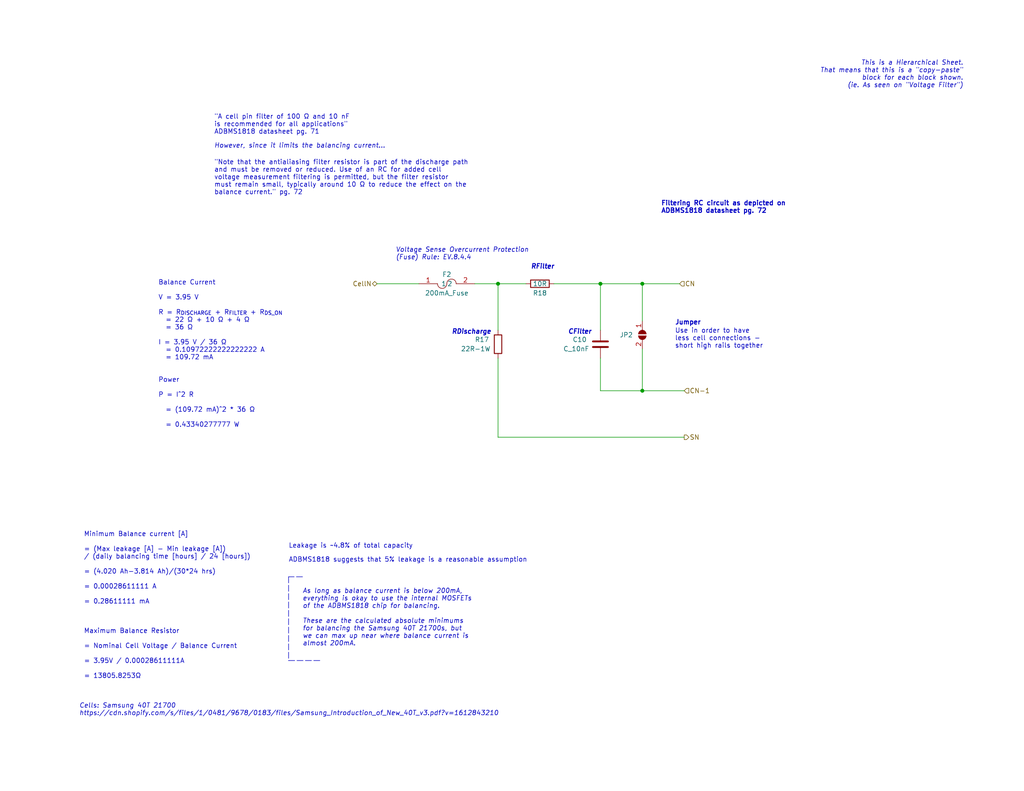
<source format=kicad_sch>
(kicad_sch (version 20211123) (generator eeschema)
  (paper "A")
  (title_block (title "MkVI BMS Cell Supervisory Circuit") (date "2022-12-04") (rev "0") (company "Olin Electric Motorsports"))
  (lib_symbols
    (symbol "Jumper:SolderJumper_2_Open" (pin_names (offset 0) hide)
      (property "Reference" "JP" (at 0 2.032 0))
      (property "Value" "SolderJumper_2_Open" (at 0 -2.54 0))
      (symbol "SolderJumper_2_Open_0_1"
        (arc (start -0.254 1.016) (mid -1.27 0) (end -0.254 -1.016))
        (arc (start -0.254 1.016) (mid -1.27 0) (end -0.254 -1.016) (fill (type outline)))
        (polyline (pts (xy -0.254 1.016) (xy -0.254 -1.016)))
        (polyline (pts (xy 0.254 1.016) (xy 0.254 -1.016)))
        (arc (start 0.254 -1.016) (mid 1.27 0) (end 0.254 1.016))
        (arc (start 0.254 -1.016) (mid 1.27 0) (end 0.254 1.016) (fill (type outline)))
      )
      (symbol "SolderJumper_2_Open_1_1"
        (pin passive line (at -3.81 0 0) (length 2.54) (name "A") (number "1"))
        (pin passive line (at 3.81 0 180) (length 2.54) (name "B") (number "2"))
      )
    )
    (symbol "OEM:10R" (pin_numbers hide) (pin_names (offset 0))
      (property "Reference" "R" (at 2.032 0 90))
      (property "Value" "10R" (at 0 0 90))
      (symbol "10R_0_1"
        (rectangle (start -1.016 -2.54) (end 1.016 2.54) (stroke (width 0.254)))
      )
      (symbol "10R_1_1"
        (pin passive line (at 0 3.81 270) (length 1.27) (name "~") (number "1"))
        (pin passive line (at 0 -3.81 90) (length 1.27) (name "~") (number "2"))
      )
    )
    (symbol "OEM:10nF" (pin_numbers hide) (pin_names (offset 0.254))
      (property "Reference" "C" (at 0.635 2.54 0))
      (property "Value" "10nF" (at 0.635 -2.54 0))
      (symbol "10nF_0_1"
        (polyline (pts (xy -2.032 -0.762) (xy 2.032 -0.762)) (stroke (width 0.508)))
        (polyline (pts (xy -2.032 0.762) (xy 2.032 0.762)) (stroke (width 0.508)))
      )
      (symbol "10nF_1_1"
        (pin passive line (at 0 3.81 270) (length 2.794) (name "~") (number "1"))
        (pin passive line (at 0 -3.81 90) (length 2.794) (name "~") (number "2"))
      )
    )
    (symbol "OEM:22R-1W" (pin_numbers hide) (pin_names (offset 0))
      (property "Reference" "R" (at -6.35 0 90))
      (property "Value" "22R-1W" (at -3.81 0 90))
      (symbol "22R-1W_0_1"
        (rectangle (start -1.016 -2.54) (end 1.016 2.54) (stroke (width 0.254)))
      )
      (symbol "22R-1W_1_1"
        (pin passive line (at 0 3.81 270) (length 1.27) (name "~") (number "1"))
        (pin passive line (at 0 -3.81 90) (length 1.27) (name "~") (number "2"))
      )
    )
    (symbol "OEM:F_200mA_125V" (pin_names (offset 1.016))
      (property "Reference" "F" (at 0 3.81 0))
      (property "Value" "F_200mA_125V" (at 0 -3.81 0))
      (symbol "F_200mA_125V_0_1"
        (arc (start -2.54 0) (mid -1.27 -1.27) (end 0 0))
        (arc (start 1.27 1.27) (mid 0.3554 0.9071) (end 0 0))
        (arc (start 2.54 0) (mid 2.1771 0.9146) (end 1.27 1.27))
      )
      (symbol "F_200mA_125V_1_1"
        (pin input line (at -7.62 0 0) (length 5.08) (name "1") (number "1"))
        (pin input line (at 7.62 0 180) (length 5.08) (name "2") (number "2"))
      )
    )
  )
  (junction (at 175.26 77.47))
  (junction (at 175.26 106.68))
  (junction (at 135.89 77.47))
  (junction (at 163.83 77.47))
  (polyline (pts (xy 78.74 180.34) (xy 87.63 180.34)))
  (wire (pts (xy 163.83 77.47) (xy 175.26 77.47)))
  (wire (pts (xy 163.83 97.79) (xy 163.83 106.68)))
  (wire (pts (xy 102.87 77.47) (xy 114.3 77.47)))
  (polyline (pts (xy 82.55 157.48) (xy 78.74 157.48)))
  (wire (pts (xy 135.89 119.38) (xy 135.89 97.79)))
  (wire (pts (xy 163.83 77.47) (xy 163.83 90.17)))
  (wire (pts (xy 135.89 119.38) (xy 186.69 119.38)))
  (polyline (pts (xy 78.74 157.48) (xy 78.74 180.34)))
  (wire (pts (xy 135.89 77.47) (xy 135.89 90.17)))
  (wire (pts (xy 135.89 77.47) (xy 143.51 77.47)))
  (wire (pts (xy 151.13 77.47) (xy 163.83 77.47)))
  (wire (pts (xy 175.26 95.25) (xy 175.26 106.68)))
  (wire (pts (xy 163.83 106.68) (xy 175.26 106.68)))
  (wire (pts (xy 175.26 77.47) (xy 175.26 87.63)))
  (wire (pts (xy 175.26 77.47) (xy 185.42 77.47)))
  (wire (pts (xy 175.26 106.68) (xy 186.69 106.68)))
  (wire (pts (xy 129.54 77.47) (xy 135.89 77.47)))
  (text "RDischarge" (at 123.19 91.44 0) (effects (font (size 1.27 1.27) bold italic) (justify left bottom)))
  (text "Leakage is ~4.8% of total capacity" (at 78.74 149.86 0) (effects (font (size 1.27 1.27)) (justify left bottom)))
  (text "Use in order to have\nless cell connections -\nshort high rails together" (at 184.15 95.25 0) (effects (font (size 1.27 1.27)) (justify left bottom)))
  (text "\"A cell pin filter of 100 Ω and 10 nF\nis recommended for all applications\"\nADBMS1818 datasheet pg. 71" (at 58.42 36.83 0) (effects (font (size 1.27 1.27)) (justify left bottom)))
  (text "This is a Hierarchical Sheet.\nThat means that this is a \"copy-paste\"\nblock for each block shown.\n(ie. As seen on \"Voltage Filter\")" (at 262.89 24.13 180) (effects (font (size 1.27 1.27) italic) (justify right bottom)))
  (text "CFilter" (at 154.94 91.44 0) (effects (font (size 1.27 1.27) bold italic) (justify left bottom)))
  (text "\"Note that the antialiasing filter resistor is part of the discharge path\nand must be removed or reduced. Use of an RC for added cell\nvoltage measurement filtering is permitted, but the filter resistor\nmust remain small, typically around 10 Ω to reduce the effect on the\nbalance current.\" pg. 72" (at 58.42 53.34 0) (effects (font (size 1.27 1.27)) (justify left bottom)))
  (text "Maximum Balance Resistor \n\n= Nominal Cell Voltage / Balance Current\n\n= 3.95V / 0.00028611111A\n\n= 13805.8253Ω" (at 22.86 185.42 0) (effects (font (size 1.27 1.27)) (justify left bottom)))
  (text "However, since it limits the balancing current..." (at 58.42 40.64 0) (effects (font (size 1.27 1.27) italic) (justify left bottom)))
  (text "Minimum Balance current [A]\n\n= (Max leakage [A] - Min leakage [A]) \n/ (daily balancing time [hours] / 24 [hours])\n\n= (4.020 Ah-3.814 Ah)/(30*24 hrs) \n\n= 0.00028611111 A \n\n= 0.28611111 mA" (at 22.86 165.1 0) (effects (font (size 1.27 1.27)) (justify left bottom)))
  (text "ADBMS1818 suggests that 5% leakage is a reasonable assumption" (at 78.74 153.67 0) (effects (font (size 1.27 1.27)) (justify left bottom)))
  (text "Jumper" (at 184.15 88.9 0) (effects (font (size 1.27 1.27) (thickness 0.254) bold) (justify left bottom)))
  (text "Voltage Sense Overcurrent Protection\n(Fuse) Rule: EV.8.4.4" (at 107.95 71.12 0) (effects (font (size 1.27 1.27) italic) (justify left bottom)))
  (text "As long as balance current is below 200mA,\neverything is okay to use the internal MOSFETs\nof the ADBMS1818 chip for balancing.\n\nThese are the calculated absolute minimums\nfor balancing the Samsung 40T 21700s, but\nwe can max up near where balance current is\nalmost 200mA." (at 82.55 176.53 0) (effects (font (size 1.27 1.27) italic) (justify left bottom)))
  (text "Filtering RC circuit as depicted on\nADBMS1818 datasheet pg. 72" (at 180.34 58.42 0) (effects (font (size 1.27 1.27) (thickness 0.254) bold) (justify left bottom)))
  (text "RFilter" (at 144.78 73.66 0) (effects (font (size 1.27 1.27) bold italic) (justify left bottom)))
  (text "Balance Current\n\nV = 3.95 V\n\nR = R_{DISCHARGE} + R_{FILTER} + R_{DS_ON}\n  = 22 Ω + 10 Ω + 4 Ω\n  = 36 Ω\n\nI = 3.95 V / 36 Ω\n  = 0.10972222222222222 A\n  = 109.72 mA\n\n\nPower\n\nP = I^2 R\n\n  = (109.72 mA)^2 * 36 Ω\n\n  = 0.43340277777 W" (at 43.18 116.84 0) (effects (font (size 1.27 1.27)) (justify left bottom)))
  (text "Cells: Samsung 40T 21700\nhttps://cdn.shopify.com/s/files/1/0481/9678/0183/files/Samsung_Introduction_of_New_40T_v3.pdf?v=1612843210" (at 21.59 195.58 0) (effects (font (size 1.27 1.27) italic) (justify left bottom)))
  (hierarchical_label "CN" (shape input) (at 185.42 77.47 0))
  (hierarchical_label "CellN" (shape bidirectional) (at 102.87 77.47 180))
  (hierarchical_label "CN-1" (shape input) (at 186.69 106.68 0))
  (hierarchical_label "SN" (shape output) (at 186.69 119.38 0))
  (symbol (lib_id "OEM:10nF") (at 163.83 93.98 0) (unit 1)
    (property "Reference" "C10" (at 156.21 92.71 0) (effects (justify left)))
    (property "Value" "C_10nF" (at 153.67 95.25 0) (effects (justify left)))
    (property "Footprint" "OEM:C_0603" (effects hide))
    (property "Datasheet" "${OEM_DIR}/parts/datasheets/samsung_CL10B103KB8NNNC.pdf" (effects hide))
    (property "MFN" "Samsung Electro-Mechanics" (effects hide))
    (property "MPN" "CL10B103KB8NNNC" (effects hide))
    (property "DKPN" "1276-1009-2-ND" (effects hide))
    (property "Package" "0603" (effects hide))
    (property "Stocked" "Reel" (effects hide))
    (property "NewDesigns" "YES" (effects hide))
    (property "Style" "SMD" (effects hide))
  )
  (symbol (lib_id "OEM:F_200mA_125V") (at 121.92 77.47 0) (unit 1)
    (property "Reference" "F2" (at 121.92 74.93 0))
    (property "Value" "200mA_Fuse" (at 121.92 80.01 0))
    (property "Footprint" "Fuse:Fuse_1206_3216Metric" (effects hide))
    (property "MPN" "0466.200NRHF" (effects hide))
    (property "MFN" "Littlefuse" (effects hide))
    (property "DKPN" "F5691CT-ND" (effects hide))
    (property "NewDesigns" "YES" (effects hide))
    (property "Stocked" "F5691DKR-ND" (effects hide))
    (property "Package" "1206" (effects hide))
    (property "Style" "SMD" (effects hide))
  )
  (symbol (lib_id "OEM:22R-1W") (at 135.89 93.98 0) (unit 1)
    (property "Reference" "R17" (at 129.54 92.71 0) (effects (justify left)))
    (property "Value" "22R-1W" (at 125.73 95.25 0) (effects (justify left)))
    (property "Footprint" "Resistor_SMD:R_2512_6332Metric" (effects hide))
    (property "Datasheet" "https://www.te.com/commerce/DocumentDelivery/DDEController?Action=srchrtrv&DocNm=1773139&DocType=DS&DocLang=English" (effects hide))
    (property "MPN" "352022RJT" (effects hide))
    (property "MFN" "TE Connectivity Passive Product" (effects hide))
    (property "DKPN" "A102515DKR-ND" (effects hide))
    (property "NewDesigns" "YES" (effects hide))
    (property "Stocked" "Digi-Reel" (effects hide))
    (property "Package" "2512" (effects hide))
    (property "Style" "SMD" (effects hide))
  )
  (symbol (lib_id "OEM:10R") (at 147.32 77.47 90) (unit 1)
    (property "Reference" "R18" (at 147.32 80.01 90))
    (property "Value" "10R" (at 147.32 77.47 90))
    (property "Footprint" "OEM:R_0603" (effects hide))
    (property "Datasheet" "https://www.koaspeer.com/pdfs/SG73P.pdf" (effects hide))
    (property "MFN" "KOA Speer Electronics, Inc." (effects hide))
    (property "MPN" "SG73P1JTTD100J" (effects hide))
    (property "DKPN" "2019-SG73P1JTTD100JDKR-ND" (effects hide))
    (property "NewDesigns" "YES" (effects hide))
    (property "Stocked" "Digi-Reel" (effects hide))
    (property "Package" "0603" (effects hide))
    (property "Style" "SMD" (effects hide))
  )
  (symbol (lib_id "Jumper:SolderJumper_2_Open") (at 175.26 91.44 270) (unit 1) (in_bom no)
    (property "Reference" "JP2" (at 172.72 91.44 90) (effects (justify right)))
    (property "Value" "SolderJumper_2_Open" (effects hide))
    (property "Footprint" "Jumper:SolderJumper-2_P1.3mm_Open_TrianglePad1.0x1.5mm" (effects hide))
  )
)
</source>
